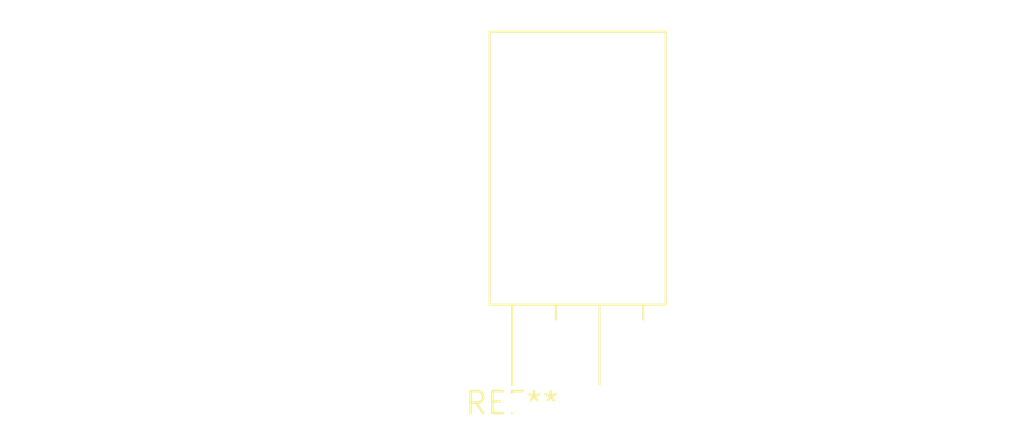
<source format=kicad_pcb>
(kicad_pcb (version 20240108) (generator pcbnew)
  (layers (0 "F.Cu" signal) (31 "B.Cu" signal) (34 "B.Paste" user) (35 "F.Paste" user) (36 "B.SilkS" user "B.Silkscreen") (37 "F.SilkS" user "F.Silkscreen") (38 "B.Mask" user) (39 "F.Mask" user) (44 "Edge.Cuts" user))
  (net 0 "")
  (footprint "TO-220-4_P5.08x2.54mm_StaggerOdd_Lead5.84mm_TabDown" (layer "F.Cu") (at 0 0)
    (property "Reference" "REF**")
    (property "Value" "TO-220-4_P5.08x2.54mm_StaggerOdd_Lead5.84mm_TabDown")
    (fp_line (start -1.31 -21.62) (end -1.31 -5.73) (layer "F.SilkS") (stroke (width 0.12)))
    (fp_line (start -1.31 -21.62) (end 8.93 -21.62) (layer "F.SilkS") (stroke (width 0.12)))
    (fp_line (start -1.31 -5.73) (end 8.93 -5.73) (layer "F.SilkS") (stroke (width 0.12)))
    (fp_line (start 0 -5.73) (end 0 -1.05) (layer "F.SilkS") (stroke (width 0.12)))
    (fp_line (start 2.54 -5.73) (end 2.54 -4.866) (layer "F.SilkS") (stroke (width 0.12)))
    (fp_line (start 5.08 -5.73) (end 5.08 -1.065) (layer "F.SilkS") (stroke (width 0.12)))
    (fp_line (start 7.62 -5.73) (end 7.62 -4.866) (layer "F.SilkS") (stroke (width 0.12)))
    (fp_line (start 8.93 -21.62) (end 8.93 -5.73) (layer "F.SilkS") (stroke (width 0.12)))
    (pad "" np_thru_hole oval (at 3.81 -18.7) (size 3.5 3.5) (drill 3.5) (layers *.Cu *.Mask))
    (pad "1" thru_hole rect (at 0 0) (size 1.8 1.8) (drill 1.1) (layers *.Cu *.Mask) (remove_unused_layers))
    (pad "2" thru_hole oval (at 2.54 -3.8) (size 1.8 1.8) (drill 1.1) (layers *.Cu *.Mask) (remove_unused_layers))
    (pad "3" thru_hole oval (at 5.08 0) (size 1.8 1.8) (drill 1.1) (layers *.Cu *.Mask) (remove_unused_layers))
    (pad "4" thru_hole oval (at 7.62 -3.8) (size 1.8 1.8) (drill 1.1) (layers *.Cu *.Mask) (remove_unused_layers))
  )
)
</source>
